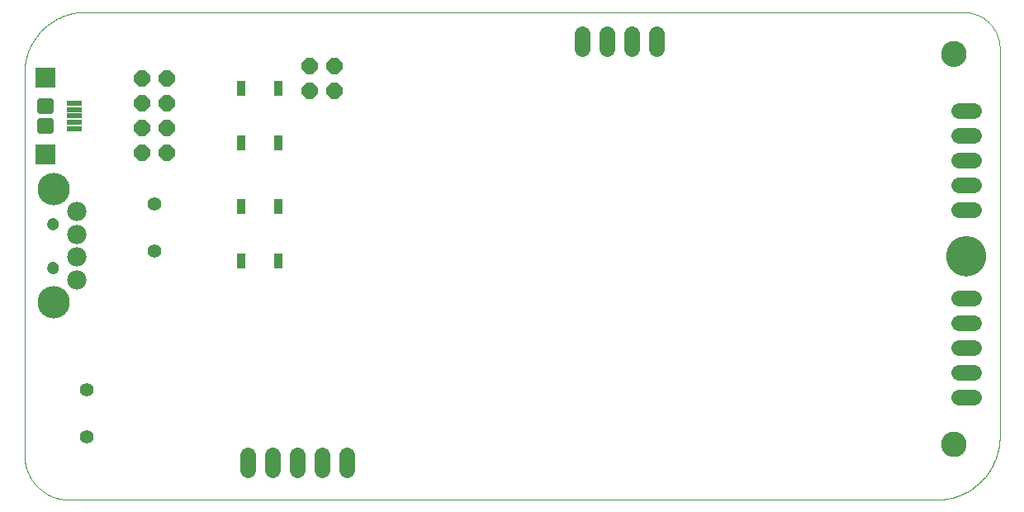
<source format=gbs>
G75*
%MOIN*%
%OFA0B0*%
%FSLAX25Y25*%
%IPPOS*%
%LPD*%
%AMOC8*
5,1,8,0,0,1.08239X$1,22.5*
%
%ADD10C,0.00000*%
%ADD11C,0.16148*%
%ADD12C,0.05600*%
%ADD13C,0.07800*%
%ADD14C,0.13061*%
%ADD15C,0.04731*%
%ADD16R,0.03400X0.06400*%
%ADD17C,0.06400*%
%ADD18OC8,0.06400*%
%ADD19C,0.10243*%
%ADD20R,0.06384X0.01896*%
%ADD21C,0.01920*%
%ADD22R,0.07880X0.07880*%
D10*
X0059668Y0031528D02*
X0059668Y0185867D01*
X0059675Y0186459D01*
X0059697Y0187050D01*
X0059732Y0187640D01*
X0059782Y0188230D01*
X0059847Y0188818D01*
X0059925Y0189405D01*
X0060017Y0189989D01*
X0060124Y0190571D01*
X0060245Y0191150D01*
X0060379Y0191726D01*
X0060528Y0192299D01*
X0060690Y0192868D01*
X0060866Y0193433D01*
X0061056Y0193993D01*
X0061259Y0194549D01*
X0061475Y0195099D01*
X0061705Y0195645D01*
X0061948Y0196184D01*
X0062204Y0196718D01*
X0062472Y0197245D01*
X0062754Y0197765D01*
X0063047Y0198279D01*
X0063353Y0198785D01*
X0063672Y0199284D01*
X0064002Y0199775D01*
X0064344Y0200258D01*
X0064697Y0200732D01*
X0065062Y0201198D01*
X0065438Y0201655D01*
X0065825Y0202102D01*
X0066223Y0202540D01*
X0066631Y0202969D01*
X0067049Y0203387D01*
X0067478Y0203795D01*
X0067916Y0204193D01*
X0068363Y0204580D01*
X0068820Y0204956D01*
X0069286Y0205321D01*
X0069760Y0205674D01*
X0070243Y0206016D01*
X0070734Y0206346D01*
X0071233Y0206665D01*
X0071739Y0206971D01*
X0072253Y0207264D01*
X0072773Y0207546D01*
X0073300Y0207814D01*
X0073834Y0208070D01*
X0074373Y0208313D01*
X0074919Y0208543D01*
X0075469Y0208759D01*
X0076025Y0208962D01*
X0076585Y0209152D01*
X0077150Y0209328D01*
X0077719Y0209490D01*
X0078292Y0209639D01*
X0078868Y0209773D01*
X0079447Y0209894D01*
X0080029Y0210001D01*
X0080613Y0210093D01*
X0081200Y0210171D01*
X0081788Y0210236D01*
X0082378Y0210286D01*
X0082968Y0210321D01*
X0083559Y0210343D01*
X0084151Y0210350D01*
X0438667Y0210350D01*
X0438667Y0210351D02*
X0439022Y0210347D01*
X0439377Y0210334D01*
X0439732Y0210312D01*
X0440086Y0210282D01*
X0440439Y0210244D01*
X0440791Y0210197D01*
X0441142Y0210141D01*
X0441492Y0210077D01*
X0441839Y0210005D01*
X0442185Y0209924D01*
X0442529Y0209835D01*
X0442871Y0209737D01*
X0443210Y0209631D01*
X0443547Y0209518D01*
X0443880Y0209396D01*
X0444211Y0209266D01*
X0444538Y0209128D01*
X0444862Y0208982D01*
X0445183Y0208828D01*
X0445499Y0208667D01*
X0445812Y0208498D01*
X0446120Y0208322D01*
X0446424Y0208138D01*
X0446724Y0207947D01*
X0447019Y0207749D01*
X0447309Y0207543D01*
X0447594Y0207331D01*
X0447873Y0207112D01*
X0448147Y0206886D01*
X0448416Y0206654D01*
X0448679Y0206415D01*
X0448937Y0206170D01*
X0449188Y0205919D01*
X0449433Y0205661D01*
X0449672Y0205398D01*
X0449904Y0205129D01*
X0450130Y0204855D01*
X0450349Y0204576D01*
X0450561Y0204291D01*
X0450767Y0204001D01*
X0450965Y0203706D01*
X0451156Y0203406D01*
X0451340Y0203102D01*
X0451516Y0202794D01*
X0451685Y0202481D01*
X0451846Y0202165D01*
X0452000Y0201844D01*
X0452146Y0201520D01*
X0452284Y0201193D01*
X0452414Y0200862D01*
X0452536Y0200529D01*
X0452649Y0200192D01*
X0452755Y0199853D01*
X0452853Y0199511D01*
X0452942Y0199167D01*
X0453023Y0198821D01*
X0453095Y0198474D01*
X0453159Y0198124D01*
X0453215Y0197773D01*
X0453262Y0197421D01*
X0453300Y0197068D01*
X0453330Y0196714D01*
X0453352Y0196359D01*
X0453365Y0196004D01*
X0453369Y0195649D01*
X0453369Y0039112D01*
X0429747Y0036000D02*
X0429749Y0036140D01*
X0429755Y0036280D01*
X0429765Y0036419D01*
X0429779Y0036558D01*
X0429797Y0036697D01*
X0429818Y0036835D01*
X0429844Y0036973D01*
X0429874Y0037110D01*
X0429907Y0037245D01*
X0429945Y0037380D01*
X0429986Y0037514D01*
X0430031Y0037647D01*
X0430079Y0037778D01*
X0430132Y0037907D01*
X0430188Y0038036D01*
X0430247Y0038162D01*
X0430311Y0038287D01*
X0430377Y0038410D01*
X0430448Y0038531D01*
X0430521Y0038650D01*
X0430598Y0038767D01*
X0430679Y0038881D01*
X0430762Y0038993D01*
X0430849Y0039103D01*
X0430939Y0039211D01*
X0431031Y0039315D01*
X0431127Y0039417D01*
X0431226Y0039517D01*
X0431327Y0039613D01*
X0431431Y0039707D01*
X0431538Y0039797D01*
X0431647Y0039884D01*
X0431759Y0039969D01*
X0431873Y0040050D01*
X0431989Y0040128D01*
X0432107Y0040202D01*
X0432228Y0040273D01*
X0432350Y0040341D01*
X0432475Y0040405D01*
X0432601Y0040466D01*
X0432728Y0040523D01*
X0432858Y0040576D01*
X0432989Y0040626D01*
X0433121Y0040671D01*
X0433254Y0040714D01*
X0433389Y0040752D01*
X0433524Y0040786D01*
X0433661Y0040817D01*
X0433798Y0040844D01*
X0433936Y0040866D01*
X0434075Y0040885D01*
X0434214Y0040900D01*
X0434353Y0040911D01*
X0434493Y0040918D01*
X0434633Y0040921D01*
X0434773Y0040920D01*
X0434913Y0040915D01*
X0435052Y0040906D01*
X0435192Y0040893D01*
X0435331Y0040876D01*
X0435469Y0040855D01*
X0435607Y0040831D01*
X0435744Y0040802D01*
X0435880Y0040770D01*
X0436015Y0040733D01*
X0436149Y0040693D01*
X0436282Y0040649D01*
X0436413Y0040601D01*
X0436543Y0040550D01*
X0436672Y0040495D01*
X0436799Y0040436D01*
X0436924Y0040373D01*
X0437047Y0040308D01*
X0437169Y0040238D01*
X0437288Y0040165D01*
X0437406Y0040089D01*
X0437521Y0040010D01*
X0437634Y0039927D01*
X0437744Y0039841D01*
X0437852Y0039752D01*
X0437957Y0039660D01*
X0438060Y0039565D01*
X0438160Y0039467D01*
X0438257Y0039367D01*
X0438351Y0039263D01*
X0438443Y0039157D01*
X0438531Y0039049D01*
X0438616Y0038938D01*
X0438698Y0038824D01*
X0438777Y0038708D01*
X0438852Y0038591D01*
X0438924Y0038471D01*
X0438992Y0038349D01*
X0439057Y0038225D01*
X0439119Y0038099D01*
X0439177Y0037972D01*
X0439231Y0037843D01*
X0439282Y0037712D01*
X0439328Y0037580D01*
X0439371Y0037447D01*
X0439411Y0037313D01*
X0439446Y0037178D01*
X0439478Y0037041D01*
X0439505Y0036904D01*
X0439529Y0036766D01*
X0439549Y0036628D01*
X0439565Y0036489D01*
X0439577Y0036349D01*
X0439585Y0036210D01*
X0439589Y0036070D01*
X0439589Y0035930D01*
X0439585Y0035790D01*
X0439577Y0035651D01*
X0439565Y0035511D01*
X0439549Y0035372D01*
X0439529Y0035234D01*
X0439505Y0035096D01*
X0439478Y0034959D01*
X0439446Y0034822D01*
X0439411Y0034687D01*
X0439371Y0034553D01*
X0439328Y0034420D01*
X0439282Y0034288D01*
X0439231Y0034157D01*
X0439177Y0034028D01*
X0439119Y0033901D01*
X0439057Y0033775D01*
X0438992Y0033651D01*
X0438924Y0033529D01*
X0438852Y0033409D01*
X0438777Y0033292D01*
X0438698Y0033176D01*
X0438616Y0033062D01*
X0438531Y0032951D01*
X0438443Y0032843D01*
X0438351Y0032737D01*
X0438257Y0032633D01*
X0438160Y0032533D01*
X0438060Y0032435D01*
X0437957Y0032340D01*
X0437852Y0032248D01*
X0437744Y0032159D01*
X0437634Y0032073D01*
X0437521Y0031990D01*
X0437406Y0031911D01*
X0437288Y0031835D01*
X0437169Y0031762D01*
X0437047Y0031692D01*
X0436924Y0031627D01*
X0436799Y0031564D01*
X0436672Y0031505D01*
X0436543Y0031450D01*
X0436413Y0031399D01*
X0436282Y0031351D01*
X0436149Y0031307D01*
X0436015Y0031267D01*
X0435880Y0031230D01*
X0435744Y0031198D01*
X0435607Y0031169D01*
X0435469Y0031145D01*
X0435331Y0031124D01*
X0435192Y0031107D01*
X0435052Y0031094D01*
X0434913Y0031085D01*
X0434773Y0031080D01*
X0434633Y0031079D01*
X0434493Y0031082D01*
X0434353Y0031089D01*
X0434214Y0031100D01*
X0434075Y0031115D01*
X0433936Y0031134D01*
X0433798Y0031156D01*
X0433661Y0031183D01*
X0433524Y0031214D01*
X0433389Y0031248D01*
X0433254Y0031286D01*
X0433121Y0031329D01*
X0432989Y0031374D01*
X0432858Y0031424D01*
X0432728Y0031477D01*
X0432601Y0031534D01*
X0432475Y0031595D01*
X0432350Y0031659D01*
X0432228Y0031727D01*
X0432107Y0031798D01*
X0431989Y0031872D01*
X0431873Y0031950D01*
X0431759Y0032031D01*
X0431647Y0032116D01*
X0431538Y0032203D01*
X0431431Y0032293D01*
X0431327Y0032387D01*
X0431226Y0032483D01*
X0431127Y0032583D01*
X0431031Y0032685D01*
X0430939Y0032789D01*
X0430849Y0032897D01*
X0430762Y0033007D01*
X0430679Y0033119D01*
X0430598Y0033233D01*
X0430521Y0033350D01*
X0430448Y0033469D01*
X0430377Y0033590D01*
X0430311Y0033713D01*
X0430247Y0033838D01*
X0430188Y0033964D01*
X0430132Y0034093D01*
X0430079Y0034222D01*
X0430031Y0034353D01*
X0429986Y0034486D01*
X0429945Y0034620D01*
X0429907Y0034755D01*
X0429874Y0034890D01*
X0429844Y0035027D01*
X0429818Y0035165D01*
X0429797Y0035303D01*
X0429779Y0035442D01*
X0429765Y0035581D01*
X0429755Y0035720D01*
X0429749Y0035860D01*
X0429747Y0036000D01*
X0427757Y0013500D02*
X0428376Y0013507D01*
X0428994Y0013530D01*
X0429612Y0013567D01*
X0430229Y0013620D01*
X0430844Y0013687D01*
X0431458Y0013769D01*
X0432069Y0013866D01*
X0432678Y0013977D01*
X0433284Y0014103D01*
X0433886Y0014244D01*
X0434485Y0014400D01*
X0435081Y0014569D01*
X0435672Y0014754D01*
X0436258Y0014952D01*
X0436839Y0015164D01*
X0437415Y0015391D01*
X0437986Y0015631D01*
X0438550Y0015885D01*
X0439108Y0016153D01*
X0439659Y0016434D01*
X0440204Y0016728D01*
X0440741Y0017035D01*
X0441271Y0017355D01*
X0441793Y0017688D01*
X0442306Y0018034D01*
X0442811Y0018391D01*
X0443308Y0018761D01*
X0443795Y0019143D01*
X0444273Y0019536D01*
X0444741Y0019941D01*
X0445199Y0020357D01*
X0445647Y0020784D01*
X0446085Y0021222D01*
X0446512Y0021670D01*
X0446928Y0022128D01*
X0447333Y0022596D01*
X0447726Y0023074D01*
X0448108Y0023561D01*
X0448478Y0024058D01*
X0448835Y0024563D01*
X0449181Y0025076D01*
X0449514Y0025598D01*
X0449834Y0026128D01*
X0450141Y0026665D01*
X0450435Y0027210D01*
X0450716Y0027761D01*
X0450984Y0028319D01*
X0451238Y0028883D01*
X0451478Y0029454D01*
X0451705Y0030030D01*
X0451917Y0030611D01*
X0452115Y0031197D01*
X0452300Y0031788D01*
X0452469Y0032384D01*
X0452625Y0032983D01*
X0452766Y0033585D01*
X0452892Y0034191D01*
X0453003Y0034800D01*
X0453100Y0035411D01*
X0453182Y0036025D01*
X0453249Y0036640D01*
X0453302Y0037257D01*
X0453339Y0037875D01*
X0453362Y0038493D01*
X0453369Y0039112D01*
X0427757Y0013500D02*
X0077695Y0013500D01*
X0077259Y0013505D01*
X0076824Y0013521D01*
X0076389Y0013547D01*
X0075955Y0013584D01*
X0075522Y0013631D01*
X0075090Y0013689D01*
X0074660Y0013757D01*
X0074231Y0013836D01*
X0073805Y0013925D01*
X0073381Y0014024D01*
X0072959Y0014133D01*
X0072540Y0014253D01*
X0072124Y0014382D01*
X0071711Y0014522D01*
X0071302Y0014672D01*
X0070897Y0014831D01*
X0070495Y0015000D01*
X0070098Y0015179D01*
X0069705Y0015367D01*
X0069317Y0015565D01*
X0068934Y0015772D01*
X0068556Y0015988D01*
X0068183Y0016214D01*
X0067815Y0016448D01*
X0067454Y0016691D01*
X0067098Y0016943D01*
X0066749Y0017203D01*
X0066406Y0017472D01*
X0066070Y0017749D01*
X0065740Y0018034D01*
X0065418Y0018327D01*
X0065102Y0018627D01*
X0064794Y0018935D01*
X0064494Y0019251D01*
X0064201Y0019573D01*
X0063916Y0019903D01*
X0063639Y0020239D01*
X0063370Y0020582D01*
X0063110Y0020931D01*
X0062858Y0021287D01*
X0062615Y0021648D01*
X0062381Y0022016D01*
X0062155Y0022389D01*
X0061939Y0022767D01*
X0061732Y0023150D01*
X0061534Y0023538D01*
X0061346Y0023931D01*
X0061167Y0024328D01*
X0060998Y0024730D01*
X0060839Y0025135D01*
X0060689Y0025544D01*
X0060549Y0025957D01*
X0060420Y0026373D01*
X0060300Y0026792D01*
X0060191Y0027214D01*
X0060092Y0027638D01*
X0060003Y0028064D01*
X0059924Y0028493D01*
X0059856Y0028923D01*
X0059798Y0029355D01*
X0059751Y0029788D01*
X0059714Y0030222D01*
X0059688Y0030657D01*
X0059672Y0031092D01*
X0059667Y0031528D01*
X0068920Y0107142D02*
X0068922Y0107235D01*
X0068928Y0107327D01*
X0068938Y0107419D01*
X0068952Y0107510D01*
X0068969Y0107601D01*
X0068991Y0107691D01*
X0069016Y0107780D01*
X0069045Y0107868D01*
X0069078Y0107954D01*
X0069115Y0108039D01*
X0069155Y0108123D01*
X0069199Y0108204D01*
X0069246Y0108284D01*
X0069296Y0108362D01*
X0069350Y0108437D01*
X0069407Y0108510D01*
X0069467Y0108580D01*
X0069530Y0108648D01*
X0069596Y0108713D01*
X0069664Y0108775D01*
X0069735Y0108835D01*
X0069809Y0108891D01*
X0069885Y0108944D01*
X0069963Y0108993D01*
X0070043Y0109040D01*
X0070125Y0109082D01*
X0070209Y0109122D01*
X0070294Y0109157D01*
X0070381Y0109189D01*
X0070469Y0109218D01*
X0070558Y0109242D01*
X0070648Y0109263D01*
X0070739Y0109279D01*
X0070831Y0109292D01*
X0070923Y0109301D01*
X0071016Y0109306D01*
X0071108Y0109307D01*
X0071201Y0109304D01*
X0071293Y0109297D01*
X0071385Y0109286D01*
X0071476Y0109271D01*
X0071567Y0109253D01*
X0071657Y0109230D01*
X0071745Y0109204D01*
X0071833Y0109174D01*
X0071919Y0109140D01*
X0072003Y0109103D01*
X0072086Y0109061D01*
X0072167Y0109017D01*
X0072247Y0108969D01*
X0072324Y0108918D01*
X0072398Y0108863D01*
X0072471Y0108805D01*
X0072541Y0108745D01*
X0072608Y0108681D01*
X0072672Y0108615D01*
X0072734Y0108545D01*
X0072792Y0108474D01*
X0072847Y0108400D01*
X0072899Y0108323D01*
X0072948Y0108244D01*
X0072994Y0108164D01*
X0073036Y0108081D01*
X0073074Y0107997D01*
X0073109Y0107911D01*
X0073140Y0107824D01*
X0073167Y0107736D01*
X0073190Y0107646D01*
X0073210Y0107556D01*
X0073226Y0107465D01*
X0073238Y0107373D01*
X0073246Y0107281D01*
X0073250Y0107188D01*
X0073250Y0107096D01*
X0073246Y0107003D01*
X0073238Y0106911D01*
X0073226Y0106819D01*
X0073210Y0106728D01*
X0073190Y0106638D01*
X0073167Y0106548D01*
X0073140Y0106460D01*
X0073109Y0106373D01*
X0073074Y0106287D01*
X0073036Y0106203D01*
X0072994Y0106120D01*
X0072948Y0106040D01*
X0072899Y0105961D01*
X0072847Y0105884D01*
X0072792Y0105810D01*
X0072734Y0105739D01*
X0072672Y0105669D01*
X0072608Y0105603D01*
X0072541Y0105539D01*
X0072471Y0105479D01*
X0072398Y0105421D01*
X0072324Y0105366D01*
X0072247Y0105315D01*
X0072168Y0105267D01*
X0072086Y0105223D01*
X0072003Y0105181D01*
X0071919Y0105144D01*
X0071833Y0105110D01*
X0071745Y0105080D01*
X0071657Y0105054D01*
X0071567Y0105031D01*
X0071476Y0105013D01*
X0071385Y0104998D01*
X0071293Y0104987D01*
X0071201Y0104980D01*
X0071108Y0104977D01*
X0071016Y0104978D01*
X0070923Y0104983D01*
X0070831Y0104992D01*
X0070739Y0105005D01*
X0070648Y0105021D01*
X0070558Y0105042D01*
X0070469Y0105066D01*
X0070381Y0105095D01*
X0070294Y0105127D01*
X0070209Y0105162D01*
X0070125Y0105202D01*
X0070043Y0105244D01*
X0069963Y0105291D01*
X0069885Y0105340D01*
X0069809Y0105393D01*
X0069735Y0105449D01*
X0069664Y0105509D01*
X0069596Y0105571D01*
X0069530Y0105636D01*
X0069467Y0105704D01*
X0069407Y0105774D01*
X0069350Y0105847D01*
X0069296Y0105922D01*
X0069246Y0106000D01*
X0069199Y0106080D01*
X0069155Y0106161D01*
X0069115Y0106245D01*
X0069078Y0106330D01*
X0069045Y0106416D01*
X0069016Y0106504D01*
X0068991Y0106593D01*
X0068969Y0106683D01*
X0068952Y0106774D01*
X0068938Y0106865D01*
X0068928Y0106957D01*
X0068922Y0107049D01*
X0068920Y0107142D01*
X0068920Y0124858D02*
X0068922Y0124951D01*
X0068928Y0125043D01*
X0068938Y0125135D01*
X0068952Y0125226D01*
X0068969Y0125317D01*
X0068991Y0125407D01*
X0069016Y0125496D01*
X0069045Y0125584D01*
X0069078Y0125670D01*
X0069115Y0125755D01*
X0069155Y0125839D01*
X0069199Y0125920D01*
X0069246Y0126000D01*
X0069296Y0126078D01*
X0069350Y0126153D01*
X0069407Y0126226D01*
X0069467Y0126296D01*
X0069530Y0126364D01*
X0069596Y0126429D01*
X0069664Y0126491D01*
X0069735Y0126551D01*
X0069809Y0126607D01*
X0069885Y0126660D01*
X0069963Y0126709D01*
X0070043Y0126756D01*
X0070125Y0126798D01*
X0070209Y0126838D01*
X0070294Y0126873D01*
X0070381Y0126905D01*
X0070469Y0126934D01*
X0070558Y0126958D01*
X0070648Y0126979D01*
X0070739Y0126995D01*
X0070831Y0127008D01*
X0070923Y0127017D01*
X0071016Y0127022D01*
X0071108Y0127023D01*
X0071201Y0127020D01*
X0071293Y0127013D01*
X0071385Y0127002D01*
X0071476Y0126987D01*
X0071567Y0126969D01*
X0071657Y0126946D01*
X0071745Y0126920D01*
X0071833Y0126890D01*
X0071919Y0126856D01*
X0072003Y0126819D01*
X0072086Y0126777D01*
X0072167Y0126733D01*
X0072247Y0126685D01*
X0072324Y0126634D01*
X0072398Y0126579D01*
X0072471Y0126521D01*
X0072541Y0126461D01*
X0072608Y0126397D01*
X0072672Y0126331D01*
X0072734Y0126261D01*
X0072792Y0126190D01*
X0072847Y0126116D01*
X0072899Y0126039D01*
X0072948Y0125960D01*
X0072994Y0125880D01*
X0073036Y0125797D01*
X0073074Y0125713D01*
X0073109Y0125627D01*
X0073140Y0125540D01*
X0073167Y0125452D01*
X0073190Y0125362D01*
X0073210Y0125272D01*
X0073226Y0125181D01*
X0073238Y0125089D01*
X0073246Y0124997D01*
X0073250Y0124904D01*
X0073250Y0124812D01*
X0073246Y0124719D01*
X0073238Y0124627D01*
X0073226Y0124535D01*
X0073210Y0124444D01*
X0073190Y0124354D01*
X0073167Y0124264D01*
X0073140Y0124176D01*
X0073109Y0124089D01*
X0073074Y0124003D01*
X0073036Y0123919D01*
X0072994Y0123836D01*
X0072948Y0123756D01*
X0072899Y0123677D01*
X0072847Y0123600D01*
X0072792Y0123526D01*
X0072734Y0123455D01*
X0072672Y0123385D01*
X0072608Y0123319D01*
X0072541Y0123255D01*
X0072471Y0123195D01*
X0072398Y0123137D01*
X0072324Y0123082D01*
X0072247Y0123031D01*
X0072168Y0122983D01*
X0072086Y0122939D01*
X0072003Y0122897D01*
X0071919Y0122860D01*
X0071833Y0122826D01*
X0071745Y0122796D01*
X0071657Y0122770D01*
X0071567Y0122747D01*
X0071476Y0122729D01*
X0071385Y0122714D01*
X0071293Y0122703D01*
X0071201Y0122696D01*
X0071108Y0122693D01*
X0071016Y0122694D01*
X0070923Y0122699D01*
X0070831Y0122708D01*
X0070739Y0122721D01*
X0070648Y0122737D01*
X0070558Y0122758D01*
X0070469Y0122782D01*
X0070381Y0122811D01*
X0070294Y0122843D01*
X0070209Y0122878D01*
X0070125Y0122918D01*
X0070043Y0122960D01*
X0069963Y0123007D01*
X0069885Y0123056D01*
X0069809Y0123109D01*
X0069735Y0123165D01*
X0069664Y0123225D01*
X0069596Y0123287D01*
X0069530Y0123352D01*
X0069467Y0123420D01*
X0069407Y0123490D01*
X0069350Y0123563D01*
X0069296Y0123638D01*
X0069246Y0123716D01*
X0069199Y0123796D01*
X0069155Y0123877D01*
X0069115Y0123961D01*
X0069078Y0124046D01*
X0069045Y0124132D01*
X0069016Y0124220D01*
X0068991Y0124309D01*
X0068969Y0124399D01*
X0068952Y0124490D01*
X0068938Y0124581D01*
X0068928Y0124673D01*
X0068922Y0124765D01*
X0068920Y0124858D01*
X0429747Y0193500D02*
X0429749Y0193640D01*
X0429755Y0193780D01*
X0429765Y0193919D01*
X0429779Y0194058D01*
X0429797Y0194197D01*
X0429818Y0194335D01*
X0429844Y0194473D01*
X0429874Y0194610D01*
X0429907Y0194745D01*
X0429945Y0194880D01*
X0429986Y0195014D01*
X0430031Y0195147D01*
X0430079Y0195278D01*
X0430132Y0195407D01*
X0430188Y0195536D01*
X0430247Y0195662D01*
X0430311Y0195787D01*
X0430377Y0195910D01*
X0430448Y0196031D01*
X0430521Y0196150D01*
X0430598Y0196267D01*
X0430679Y0196381D01*
X0430762Y0196493D01*
X0430849Y0196603D01*
X0430939Y0196711D01*
X0431031Y0196815D01*
X0431127Y0196917D01*
X0431226Y0197017D01*
X0431327Y0197113D01*
X0431431Y0197207D01*
X0431538Y0197297D01*
X0431647Y0197384D01*
X0431759Y0197469D01*
X0431873Y0197550D01*
X0431989Y0197628D01*
X0432107Y0197702D01*
X0432228Y0197773D01*
X0432350Y0197841D01*
X0432475Y0197905D01*
X0432601Y0197966D01*
X0432728Y0198023D01*
X0432858Y0198076D01*
X0432989Y0198126D01*
X0433121Y0198171D01*
X0433254Y0198214D01*
X0433389Y0198252D01*
X0433524Y0198286D01*
X0433661Y0198317D01*
X0433798Y0198344D01*
X0433936Y0198366D01*
X0434075Y0198385D01*
X0434214Y0198400D01*
X0434353Y0198411D01*
X0434493Y0198418D01*
X0434633Y0198421D01*
X0434773Y0198420D01*
X0434913Y0198415D01*
X0435052Y0198406D01*
X0435192Y0198393D01*
X0435331Y0198376D01*
X0435469Y0198355D01*
X0435607Y0198331D01*
X0435744Y0198302D01*
X0435880Y0198270D01*
X0436015Y0198233D01*
X0436149Y0198193D01*
X0436282Y0198149D01*
X0436413Y0198101D01*
X0436543Y0198050D01*
X0436672Y0197995D01*
X0436799Y0197936D01*
X0436924Y0197873D01*
X0437047Y0197808D01*
X0437169Y0197738D01*
X0437288Y0197665D01*
X0437406Y0197589D01*
X0437521Y0197510D01*
X0437634Y0197427D01*
X0437744Y0197341D01*
X0437852Y0197252D01*
X0437957Y0197160D01*
X0438060Y0197065D01*
X0438160Y0196967D01*
X0438257Y0196867D01*
X0438351Y0196763D01*
X0438443Y0196657D01*
X0438531Y0196549D01*
X0438616Y0196438D01*
X0438698Y0196324D01*
X0438777Y0196208D01*
X0438852Y0196091D01*
X0438924Y0195971D01*
X0438992Y0195849D01*
X0439057Y0195725D01*
X0439119Y0195599D01*
X0439177Y0195472D01*
X0439231Y0195343D01*
X0439282Y0195212D01*
X0439328Y0195080D01*
X0439371Y0194947D01*
X0439411Y0194813D01*
X0439446Y0194678D01*
X0439478Y0194541D01*
X0439505Y0194404D01*
X0439529Y0194266D01*
X0439549Y0194128D01*
X0439565Y0193989D01*
X0439577Y0193849D01*
X0439585Y0193710D01*
X0439589Y0193570D01*
X0439589Y0193430D01*
X0439585Y0193290D01*
X0439577Y0193151D01*
X0439565Y0193011D01*
X0439549Y0192872D01*
X0439529Y0192734D01*
X0439505Y0192596D01*
X0439478Y0192459D01*
X0439446Y0192322D01*
X0439411Y0192187D01*
X0439371Y0192053D01*
X0439328Y0191920D01*
X0439282Y0191788D01*
X0439231Y0191657D01*
X0439177Y0191528D01*
X0439119Y0191401D01*
X0439057Y0191275D01*
X0438992Y0191151D01*
X0438924Y0191029D01*
X0438852Y0190909D01*
X0438777Y0190792D01*
X0438698Y0190676D01*
X0438616Y0190562D01*
X0438531Y0190451D01*
X0438443Y0190343D01*
X0438351Y0190237D01*
X0438257Y0190133D01*
X0438160Y0190033D01*
X0438060Y0189935D01*
X0437957Y0189840D01*
X0437852Y0189748D01*
X0437744Y0189659D01*
X0437634Y0189573D01*
X0437521Y0189490D01*
X0437406Y0189411D01*
X0437288Y0189335D01*
X0437169Y0189262D01*
X0437047Y0189192D01*
X0436924Y0189127D01*
X0436799Y0189064D01*
X0436672Y0189005D01*
X0436543Y0188950D01*
X0436413Y0188899D01*
X0436282Y0188851D01*
X0436149Y0188807D01*
X0436015Y0188767D01*
X0435880Y0188730D01*
X0435744Y0188698D01*
X0435607Y0188669D01*
X0435469Y0188645D01*
X0435331Y0188624D01*
X0435192Y0188607D01*
X0435052Y0188594D01*
X0434913Y0188585D01*
X0434773Y0188580D01*
X0434633Y0188579D01*
X0434493Y0188582D01*
X0434353Y0188589D01*
X0434214Y0188600D01*
X0434075Y0188615D01*
X0433936Y0188634D01*
X0433798Y0188656D01*
X0433661Y0188683D01*
X0433524Y0188714D01*
X0433389Y0188748D01*
X0433254Y0188786D01*
X0433121Y0188829D01*
X0432989Y0188874D01*
X0432858Y0188924D01*
X0432728Y0188977D01*
X0432601Y0189034D01*
X0432475Y0189095D01*
X0432350Y0189159D01*
X0432228Y0189227D01*
X0432107Y0189298D01*
X0431989Y0189372D01*
X0431873Y0189450D01*
X0431759Y0189531D01*
X0431647Y0189616D01*
X0431538Y0189703D01*
X0431431Y0189793D01*
X0431327Y0189887D01*
X0431226Y0189983D01*
X0431127Y0190083D01*
X0431031Y0190185D01*
X0430939Y0190289D01*
X0430849Y0190397D01*
X0430762Y0190507D01*
X0430679Y0190619D01*
X0430598Y0190733D01*
X0430521Y0190850D01*
X0430448Y0190969D01*
X0430377Y0191090D01*
X0430311Y0191213D01*
X0430247Y0191338D01*
X0430188Y0191464D01*
X0430132Y0191593D01*
X0430079Y0191722D01*
X0430031Y0191853D01*
X0429986Y0191986D01*
X0429945Y0192120D01*
X0429907Y0192255D01*
X0429874Y0192390D01*
X0429844Y0192527D01*
X0429818Y0192665D01*
X0429797Y0192803D01*
X0429779Y0192942D01*
X0429765Y0193081D01*
X0429755Y0193220D01*
X0429749Y0193360D01*
X0429747Y0193500D01*
X0431794Y0111925D02*
X0431796Y0112118D01*
X0431803Y0112311D01*
X0431815Y0112504D01*
X0431832Y0112697D01*
X0431853Y0112889D01*
X0431879Y0113080D01*
X0431910Y0113271D01*
X0431945Y0113461D01*
X0431985Y0113650D01*
X0432030Y0113838D01*
X0432079Y0114025D01*
X0432133Y0114211D01*
X0432191Y0114395D01*
X0432254Y0114578D01*
X0432322Y0114759D01*
X0432393Y0114938D01*
X0432470Y0115116D01*
X0432550Y0115292D01*
X0432635Y0115465D01*
X0432724Y0115637D01*
X0432817Y0115806D01*
X0432914Y0115973D01*
X0433016Y0116138D01*
X0433121Y0116300D01*
X0433230Y0116459D01*
X0433344Y0116616D01*
X0433461Y0116769D01*
X0433581Y0116920D01*
X0433706Y0117068D01*
X0433834Y0117213D01*
X0433965Y0117354D01*
X0434100Y0117493D01*
X0434239Y0117628D01*
X0434380Y0117759D01*
X0434525Y0117887D01*
X0434673Y0118012D01*
X0434824Y0118132D01*
X0434977Y0118249D01*
X0435134Y0118363D01*
X0435293Y0118472D01*
X0435455Y0118577D01*
X0435620Y0118679D01*
X0435787Y0118776D01*
X0435956Y0118869D01*
X0436128Y0118958D01*
X0436301Y0119043D01*
X0436477Y0119123D01*
X0436655Y0119200D01*
X0436834Y0119271D01*
X0437015Y0119339D01*
X0437198Y0119402D01*
X0437382Y0119460D01*
X0437568Y0119514D01*
X0437755Y0119563D01*
X0437943Y0119608D01*
X0438132Y0119648D01*
X0438322Y0119683D01*
X0438513Y0119714D01*
X0438704Y0119740D01*
X0438896Y0119761D01*
X0439089Y0119778D01*
X0439282Y0119790D01*
X0439475Y0119797D01*
X0439668Y0119799D01*
X0439861Y0119797D01*
X0440054Y0119790D01*
X0440247Y0119778D01*
X0440440Y0119761D01*
X0440632Y0119740D01*
X0440823Y0119714D01*
X0441014Y0119683D01*
X0441204Y0119648D01*
X0441393Y0119608D01*
X0441581Y0119563D01*
X0441768Y0119514D01*
X0441954Y0119460D01*
X0442138Y0119402D01*
X0442321Y0119339D01*
X0442502Y0119271D01*
X0442681Y0119200D01*
X0442859Y0119123D01*
X0443035Y0119043D01*
X0443208Y0118958D01*
X0443380Y0118869D01*
X0443549Y0118776D01*
X0443716Y0118679D01*
X0443881Y0118577D01*
X0444043Y0118472D01*
X0444202Y0118363D01*
X0444359Y0118249D01*
X0444512Y0118132D01*
X0444663Y0118012D01*
X0444811Y0117887D01*
X0444956Y0117759D01*
X0445097Y0117628D01*
X0445236Y0117493D01*
X0445371Y0117354D01*
X0445502Y0117213D01*
X0445630Y0117068D01*
X0445755Y0116920D01*
X0445875Y0116769D01*
X0445992Y0116616D01*
X0446106Y0116459D01*
X0446215Y0116300D01*
X0446320Y0116138D01*
X0446422Y0115973D01*
X0446519Y0115806D01*
X0446612Y0115637D01*
X0446701Y0115465D01*
X0446786Y0115292D01*
X0446866Y0115116D01*
X0446943Y0114938D01*
X0447014Y0114759D01*
X0447082Y0114578D01*
X0447145Y0114395D01*
X0447203Y0114211D01*
X0447257Y0114025D01*
X0447306Y0113838D01*
X0447351Y0113650D01*
X0447391Y0113461D01*
X0447426Y0113271D01*
X0447457Y0113080D01*
X0447483Y0112889D01*
X0447504Y0112697D01*
X0447521Y0112504D01*
X0447533Y0112311D01*
X0447540Y0112118D01*
X0447542Y0111925D01*
X0447540Y0111732D01*
X0447533Y0111539D01*
X0447521Y0111346D01*
X0447504Y0111153D01*
X0447483Y0110961D01*
X0447457Y0110770D01*
X0447426Y0110579D01*
X0447391Y0110389D01*
X0447351Y0110200D01*
X0447306Y0110012D01*
X0447257Y0109825D01*
X0447203Y0109639D01*
X0447145Y0109455D01*
X0447082Y0109272D01*
X0447014Y0109091D01*
X0446943Y0108912D01*
X0446866Y0108734D01*
X0446786Y0108558D01*
X0446701Y0108385D01*
X0446612Y0108213D01*
X0446519Y0108044D01*
X0446422Y0107877D01*
X0446320Y0107712D01*
X0446215Y0107550D01*
X0446106Y0107391D01*
X0445992Y0107234D01*
X0445875Y0107081D01*
X0445755Y0106930D01*
X0445630Y0106782D01*
X0445502Y0106637D01*
X0445371Y0106496D01*
X0445236Y0106357D01*
X0445097Y0106222D01*
X0444956Y0106091D01*
X0444811Y0105963D01*
X0444663Y0105838D01*
X0444512Y0105718D01*
X0444359Y0105601D01*
X0444202Y0105487D01*
X0444043Y0105378D01*
X0443881Y0105273D01*
X0443716Y0105171D01*
X0443549Y0105074D01*
X0443380Y0104981D01*
X0443208Y0104892D01*
X0443035Y0104807D01*
X0442859Y0104727D01*
X0442681Y0104650D01*
X0442502Y0104579D01*
X0442321Y0104511D01*
X0442138Y0104448D01*
X0441954Y0104390D01*
X0441768Y0104336D01*
X0441581Y0104287D01*
X0441393Y0104242D01*
X0441204Y0104202D01*
X0441014Y0104167D01*
X0440823Y0104136D01*
X0440632Y0104110D01*
X0440440Y0104089D01*
X0440247Y0104072D01*
X0440054Y0104060D01*
X0439861Y0104053D01*
X0439668Y0104051D01*
X0439475Y0104053D01*
X0439282Y0104060D01*
X0439089Y0104072D01*
X0438896Y0104089D01*
X0438704Y0104110D01*
X0438513Y0104136D01*
X0438322Y0104167D01*
X0438132Y0104202D01*
X0437943Y0104242D01*
X0437755Y0104287D01*
X0437568Y0104336D01*
X0437382Y0104390D01*
X0437198Y0104448D01*
X0437015Y0104511D01*
X0436834Y0104579D01*
X0436655Y0104650D01*
X0436477Y0104727D01*
X0436301Y0104807D01*
X0436128Y0104892D01*
X0435956Y0104981D01*
X0435787Y0105074D01*
X0435620Y0105171D01*
X0435455Y0105273D01*
X0435293Y0105378D01*
X0435134Y0105487D01*
X0434977Y0105601D01*
X0434824Y0105718D01*
X0434673Y0105838D01*
X0434525Y0105963D01*
X0434380Y0106091D01*
X0434239Y0106222D01*
X0434100Y0106357D01*
X0433965Y0106496D01*
X0433834Y0106637D01*
X0433706Y0106782D01*
X0433581Y0106930D01*
X0433461Y0107081D01*
X0433344Y0107234D01*
X0433230Y0107391D01*
X0433121Y0107550D01*
X0433016Y0107712D01*
X0432914Y0107877D01*
X0432817Y0108044D01*
X0432724Y0108213D01*
X0432635Y0108385D01*
X0432550Y0108558D01*
X0432470Y0108734D01*
X0432393Y0108912D01*
X0432322Y0109091D01*
X0432254Y0109272D01*
X0432191Y0109455D01*
X0432133Y0109639D01*
X0432079Y0109825D01*
X0432030Y0110012D01*
X0431985Y0110200D01*
X0431945Y0110389D01*
X0431910Y0110579D01*
X0431879Y0110770D01*
X0431853Y0110961D01*
X0431832Y0111153D01*
X0431815Y0111346D01*
X0431803Y0111539D01*
X0431796Y0111732D01*
X0431794Y0111925D01*
D11*
X0439668Y0111925D03*
D12*
X0112168Y0114000D03*
X0112168Y0133000D03*
X0084668Y0058000D03*
X0084668Y0039000D03*
D13*
X0080928Y0102220D03*
X0080928Y0111563D03*
X0080928Y0120437D03*
X0080928Y0129780D03*
D14*
X0071479Y0138835D03*
X0071479Y0093165D03*
D15*
X0071085Y0107142D03*
X0071085Y0124858D03*
D16*
X0147168Y0132000D03*
X0162168Y0132000D03*
X0162168Y0110000D03*
X0147168Y0110000D03*
X0147168Y0157500D03*
X0162168Y0157500D03*
X0162168Y0179500D03*
X0147168Y0179500D03*
D17*
X0284668Y0195500D02*
X0284668Y0201500D01*
X0294668Y0201500D02*
X0294668Y0195500D01*
X0304668Y0195500D02*
X0304668Y0201500D01*
X0314668Y0201500D02*
X0314668Y0195500D01*
X0436983Y0170508D02*
X0442983Y0170508D01*
X0442983Y0160508D02*
X0436983Y0160508D01*
X0436983Y0150508D02*
X0442983Y0150508D01*
X0442983Y0140508D02*
X0436983Y0140508D01*
X0436983Y0130508D02*
X0442983Y0130508D01*
X0442983Y0094917D02*
X0436983Y0094917D01*
X0436983Y0084917D02*
X0442983Y0084917D01*
X0442983Y0074917D02*
X0436983Y0074917D01*
X0436983Y0064917D02*
X0442983Y0064917D01*
X0442983Y0054917D02*
X0436983Y0054917D01*
X0189668Y0031500D02*
X0189668Y0025500D01*
X0179668Y0025500D02*
X0179668Y0031500D01*
X0169668Y0031500D02*
X0169668Y0025500D01*
X0159668Y0025500D02*
X0159668Y0031500D01*
X0149668Y0031500D02*
X0149668Y0025500D01*
D18*
X0117168Y0153500D03*
X0107168Y0153500D03*
X0107168Y0163500D03*
X0117168Y0163500D03*
X0117168Y0173500D03*
X0107168Y0173500D03*
X0107168Y0183500D03*
X0117168Y0183500D03*
X0174668Y0178500D03*
X0184668Y0178500D03*
X0184668Y0188500D03*
X0174668Y0188500D03*
D19*
X0434668Y0193500D03*
X0434668Y0036000D03*
D20*
X0079668Y0163382D03*
X0079668Y0165941D03*
X0079668Y0168500D03*
X0079668Y0171059D03*
X0079668Y0173618D03*
D21*
X0070408Y0174740D02*
X0070408Y0170260D01*
X0065928Y0170260D01*
X0065928Y0174740D01*
X0070408Y0174740D01*
X0070408Y0172179D02*
X0065928Y0172179D01*
X0065928Y0174098D02*
X0070408Y0174098D01*
X0070408Y0166740D02*
X0070408Y0162260D01*
X0065928Y0162260D01*
X0065928Y0166740D01*
X0070408Y0166740D01*
X0070408Y0164179D02*
X0065928Y0164179D01*
X0065928Y0166098D02*
X0070408Y0166098D01*
D22*
X0068168Y0152949D03*
X0068168Y0184051D03*
M02*

</source>
